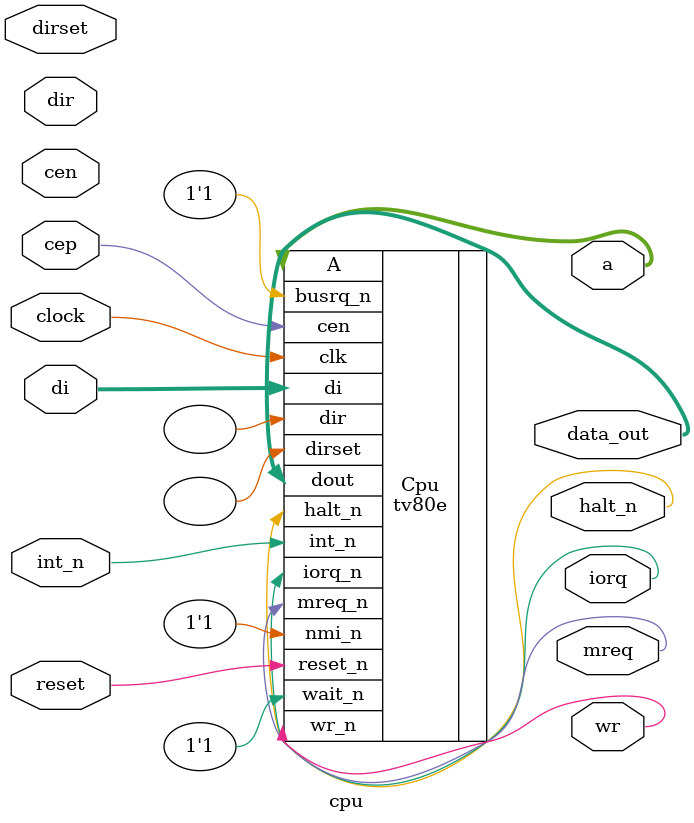
<source format=v>
module cpu
//-------------------------------------------------------------------------------------------------
(
	input  wire       reset,
	input  wire       clock,
	input  wire       cep,
	input  wire       cen,
	input  wire       int_n,
	output wire       halt_n,
	output wire       mreq,
	output wire       iorq,
	output wire       wr,
	input  wire[ 7:0] di,
	output wire[ 7:0] data_out,
	output wire[15:0] a,
	input wire [15:0] dir,
	input wire dirset 
);
/*
module tv80e (
  // Outputs
  m1_n, mreq_n, iorq_n, rd_n, wr_n, rfsh_n, halt_n, busak_n, A, dout,
  // Inputs
  reset_n, clk, cen, wait_n, int_n, nmi_n, busrq_n, di
  );

*/
tv80e Cpu
(
	.clk (clock),
	.cen (cep),
	.reset_n(reset),
	.busrq_n(1'b1 ),
	.wait_n(1'b1 ),
	.halt_n(halt_n ),
	.mreq_n(mreq ),
	.iorq_n(iorq ),
	.nmi_n(1'b1 ),
	.int_n(int_n),
	.wr_n(wr   ),
	.A      (a    ),
	.di(di   ),
	.dout(data_out),
	.dir (),
	.dirset ()
);

/*
T80pa Cpu
(
	.CLK    (clock),
	.CEN_p  (cep  ),
	.CEN_n  (cen  ),
	.RESET_n(reset),
	.BUSRQ_n(1'b1 ),
	.WAIT_n (1'b1 ),
	.BUSAK_n(     ),
	.HALT_n (     ),
	.RFSH_n (     ),
	.MREQ_n (mreq ),
	.IORQ_n (iorq ),
	.NMI_n  (1'b1 ),
	.INT_n  (int_n),
	.M1_n   (     ),
	.RD_n   (     ),
	.WR_n   (wr   ),
	.A      (a    ),
	.DI     (di   ),
	.DO     (data_out),
	.OUT0   (1'b0 ),
	.REG    (     ),
	.DIRSet (1'b0 ),
	.DIR    (212'd0)
);
*/
//-------------------------------------------------------------------------------------------------
endmodule
//-------------------------------------------------------------------------------------------------

</source>
